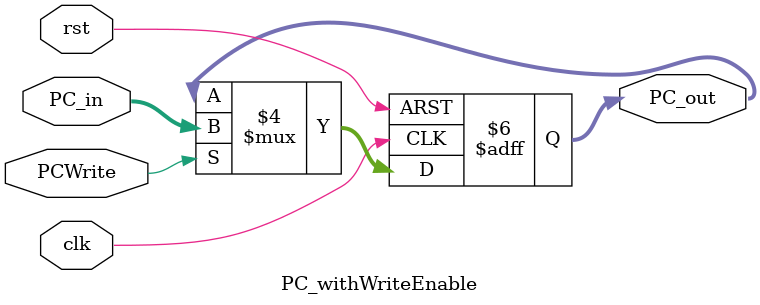
<source format=v>

module PC_withWriteEnable(PC_out, PC_in, PCWrite, clk, rst);

output [31:0]PC_out;
reg [31:0]PC_out;
input PCWrite, clk, rst;
input [31:0]PC_in;

always@(posedge clk or posedge rst)
begin
    if(rst)begin
        PC_out<=32'd0; 
    end
    else begin
        if(PCWrite==1'b1)begin
            PC_out<=PC_in;
        end
        else begin
            PC_out<=PC_out;
        end
    end
end


endmodule
</source>
